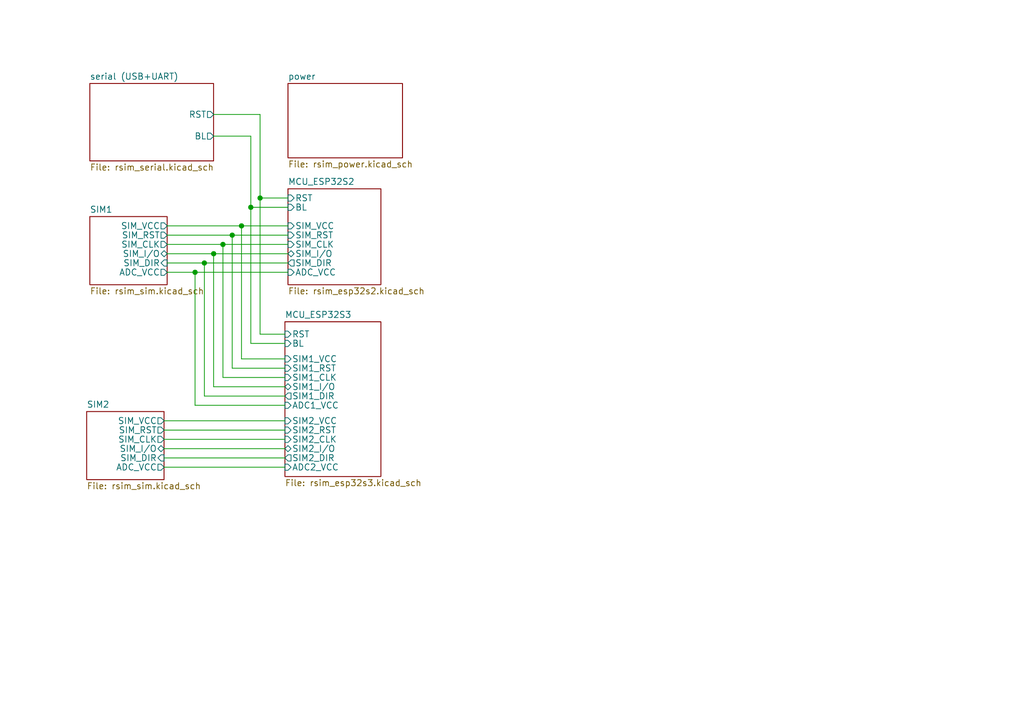
<source format=kicad_sch>
(kicad_sch (version 20230121) (generator eeschema)
  (paper "A5")
  (title_block (title "rSIM") (date "$date$") (rev "$version$.$revision$") (company "CuVoodoo") (comment 1 "King Kévin") (comment 2 "CERN-OHL-S") (comment 3 "overview"))
  (lib_symbols)
  (junction (at 41.91 53.975))
  (junction (at 51.435 42.545))
  (junction (at 49.53 46.355))
  (junction (at 47.625 48.26))
  (junction (at 53.34 40.64))
  (junction (at 45.72 50.165))
  (junction (at 43.815 52.07))
  (junction (at 40.005 55.88))
  (wire (pts (xy 49.53 46.355) (xy 49.53 73.66)))
  (wire (pts (xy 43.815 23.495) (xy 53.34 23.495)))
  (wire (pts (xy 40.005 83.185) (xy 58.42 83.185)))
  (wire (pts (xy 43.815 52.07) (xy 59.055 52.07)))
  (wire (pts (xy 33.655 90.17) (xy 58.42 90.17)))
  (wire (pts (xy 40.005 55.88) (xy 59.055 55.88)))
  (wire (pts (xy 59.055 42.545) (xy 51.435 42.545)))
  (wire (pts (xy 51.435 27.94) (xy 43.815 27.94)))
  (wire (pts (xy 34.29 55.88) (xy 40.005 55.88)))
  (wire (pts (xy 58.42 77.47) (xy 45.72 77.47)))
  (wire (pts (xy 43.815 79.375) (xy 43.815 52.07)))
  (wire (pts (xy 47.625 75.565) (xy 47.625 48.26)))
  (wire (pts (xy 58.42 81.28) (xy 41.91 81.28)))
  (wire (pts (xy 34.29 50.165) (xy 45.72 50.165)))
  (wire (pts (xy 34.29 48.26) (xy 47.625 48.26)))
  (wire (pts (xy 51.435 42.545) (xy 51.435 27.94)))
  (wire (pts (xy 33.655 93.98) (xy 58.42 93.98)))
  (wire (pts (xy 58.42 79.375) (xy 43.815 79.375)))
  (wire (pts (xy 53.34 40.64) (xy 53.34 68.58)))
  (wire (pts (xy 41.91 81.28) (xy 41.91 53.975)))
  (wire (pts (xy 51.435 70.485) (xy 58.42 70.485)))
  (wire (pts (xy 33.655 92.075) (xy 58.42 92.075)))
  (wire (pts (xy 34.29 46.355) (xy 49.53 46.355)))
  (wire (pts (xy 34.29 53.975) (xy 41.91 53.975)))
  (wire (pts (xy 49.53 73.66) (xy 58.42 73.66)))
  (wire (pts (xy 58.42 75.565) (xy 47.625 75.565)))
  (wire (pts (xy 53.34 40.64) (xy 59.055 40.64)))
  (wire (pts (xy 53.34 68.58) (xy 58.42 68.58)))
  (wire (pts (xy 33.655 88.265) (xy 58.42 88.265)))
  (wire (pts (xy 47.625 48.26) (xy 59.055 48.26)))
  (wire (pts (xy 34.29 52.07) (xy 43.815 52.07)))
  (wire (pts (xy 49.53 46.355) (xy 59.055 46.355)))
  (wire (pts (xy 45.72 77.47) (xy 45.72 50.165)))
  (wire (pts (xy 40.005 55.88) (xy 40.005 83.185)))
  (wire (pts (xy 33.655 95.885) (xy 58.42 95.885)))
  (wire (pts (xy 33.655 86.36) (xy 58.42 86.36)))
  (wire (pts (xy 41.91 53.975) (xy 59.055 53.975)))
  (wire (pts (xy 45.72 50.165) (xy 59.055 50.165)))
  (wire (pts (xy 51.435 42.545) (xy 51.435 70.485)))
  (wire (pts (xy 53.34 23.495) (xy 53.34 40.64)))
  (sheet (at 18.415 44.45) (size 15.875 13.97) (stroke (width 0.1524))
    (property "Sheetname" "SIM1" (at 18.415 43.7384 0) (effects (justify left bottom)))
    (property "Sheetfile" "rsim_sim.kicad_sch" (at 18.415 59.0046 0) (effects (justify left top)))
    (pin "SIM_RST" output (at 34.29 48.26 0))
    (pin "SIM_CLK" output (at 34.29 50.165 0))
    (pin "SIM_VCC" output (at 34.29 46.355 0))
    (pin "SIM_DIR" input (at 34.29 53.975 0))
    (pin "SIM_I{slash}O" bidirectional (at 34.29 52.07 0))
    (pin "ADC_VCC" output (at 34.29 55.88 0))
  )
  (sheet (at 58.42 66.04) (size 19.685 31.75) (stroke (width 0.1524))
    (property "Sheetname" "MCU_ESP32S3" (at 58.42 65.3284 0) (effects (justify left bottom)))
    (property "Sheetfile" "rsim_esp32s3.kicad_sch" (at 58.42 98.3746 0) (effects (justify left top)))
    (pin "SIM2_CLK" input (at 58.42 90.17 180))
    (pin "SIM2_DIR" output (at 58.42 93.98 180))
    (pin "SIM2_I{slash}O" bidirectional (at 58.42 92.075 180))
    (pin "SIM2_RST" input (at 58.42 88.265 180))
    (pin "SIM1_CLK" input (at 58.42 77.47 180))
    (pin "SIM1_RST" input (at 58.42 75.565 180))
    (pin "SIM2_VCC" input (at 58.42 86.36 180))
    (pin "SIM1_I{slash}O" bidirectional (at 58.42 79.375 180))
    (pin "ADC1_VCC" input (at 58.42 83.185 180))
    (pin "BL" input (at 58.42 70.485 180))
    (pin "SIM1_DIR" output (at 58.42 81.28 180))
    (pin "RST" input (at 58.42 68.58 180))
    (pin "SIM1_VCC" input (at 58.42 73.66 180))
    (pin "ADC2_VCC" input (at 58.42 95.885 180))
  )
  (sheet (at 18.415 17.145) (size 25.4 15.875) (stroke (width 0.1524))
    (property "Sheetname" "serial (USB+UART)" (at 18.415 16.4334 0) (effects (justify left bottom)))
    (property "Sheetfile" "rsim_serial.kicad_sch" (at 18.415 33.6046 0) (effects (justify left top)))
    (pin "RST" output (at 43.815 23.495 0))
    (pin "BL" output (at 43.815 27.94 0))
  )
  (sheet (at 59.055 38.735) (size 19.05 19.685) (stroke (width 0.1524))
    (property "Sheetname" "MCU_ESP32S2" (at 59.055 38.0234 0) (effects (justify left bottom)))
    (property "Sheetfile" "rsim_esp32s2.kicad_sch" (at 59.055 59.0046 0) (effects (justify left top)))
    (pin "BL" input (at 59.055 42.545 180))
    (pin "SIM_I{slash}O" bidirectional (at 59.055 52.07 180))
    (pin "SIM_DIR" output (at 59.055 53.975 180))
    (pin "SIM_RST" input (at 59.055 48.26 180))
    (pin "SIM_CLK" input (at 59.055 50.165 180))
    (pin "SIM_VCC" input (at 59.055 46.355 180))
    (pin "RST" input (at 59.055 40.64 180))
    (pin "ADC_VCC" input (at 59.055 55.88 180))
  )
  (sheet (at 59.055 17.145) (size 23.495 15.24) (stroke (width 0.1524))
    (property "Sheetname" "power" (at 59.055 16.4334 0) (effects (justify left bottom)))
    (property "Sheetfile" "rsim_power.kicad_sch" (at 59.055 32.9696 0) (effects (justify left top)))
  )
  (sheet (at 17.78 84.455) (size 15.875 13.97) (stroke (width 0.1524))
    (property "Sheetname" "SIM2" (at 17.78 83.7434 0) (effects (justify left bottom)))
    (property "Sheetfile" "rsim_sim.kicad_sch" (at 17.78 99.0096 0) (effects (justify left top)))
    (pin "SIM_RST" output (at 33.655 88.265 0))
    (pin "SIM_CLK" output (at 33.655 90.17 0))
    (pin "SIM_VCC" output (at 33.655 86.36 0))
    (pin "SIM_I{slash}O" bidirectional (at 33.655 92.075 0))
    (pin "SIM_DIR" input (at 33.655 93.98 0))
    (pin "ADC_VCC" output (at 33.655 95.885 0))
  )
)
</source>
